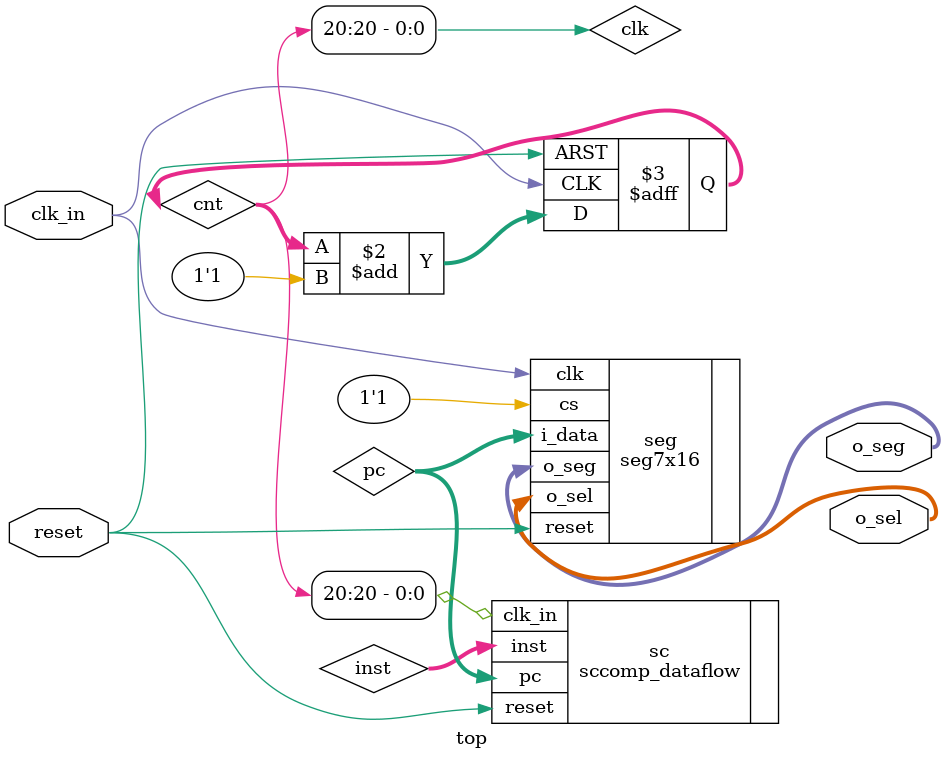
<source format=v>
`timescale 1ns / 1ps

module top(
    input clk_in,
    input reset,
    output [7:0] o_seg,
    output [7:0] o_sel
    );

    wire [31:0] inst, pc;

    reg [20:0] cnt;
    always @(posedge clk_in or posedge reset) begin
        if (reset) begin
            cnt <= 0;
        end
        else begin
            cnt <= cnt + 1'b1;
        end
    end

    wire clk = cnt[20];

    sccomp_dataflow sc(
        .clk_in(clk), .reset(reset),
        .inst(inst), .pc(pc)
        );

    seg7x16 seg(
        .clk(clk_in), .reset(reset), .cs(1'b1),
        .i_data(pc), .o_seg(o_seg), .o_sel(o_sel)
        );
endmodule

</source>
